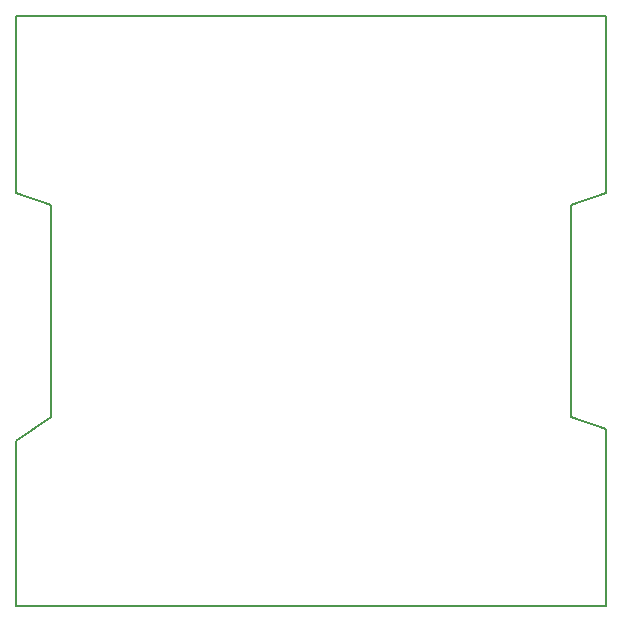
<source format=gbr>
G04 #@! TF.FileFunction,Profile,NP*
%FSLAX46Y46*%
G04 Gerber Fmt 4.6, Leading zero omitted, Abs format (unit mm)*
G04 Created by KiCad (PCBNEW 0.201604172031+6696~44~ubuntu14.04.1-product) date Thu 21 Apr 2016 04:16:58 PM EEST*
%MOMM*%
%LPD*%
G01*
G04 APERTURE LIST*
%ADD10C,0.100000*%
%ADD11C,0.150000*%
G04 APERTURE END LIST*
D10*
D11*
X147000000Y-65000000D02*
X147000000Y-80000000D01*
X147000000Y-30000000D02*
X147000000Y-45000000D01*
X144000000Y-64000000D02*
X147000000Y-65000000D01*
X144000000Y-46000000D02*
X144000000Y-64000000D01*
X147000000Y-45000000D02*
X144000000Y-46000000D01*
X100000000Y-46000000D02*
X97000000Y-45000000D01*
X100000000Y-64000000D02*
X100000000Y-46000000D01*
X97000000Y-66000000D02*
X100000000Y-64000000D01*
X97000000Y-30000000D02*
X97000000Y-45000000D01*
X147000000Y-30000000D02*
X97000000Y-30000000D01*
X97000000Y-80000000D02*
X147000000Y-80000000D01*
X97000000Y-66000000D02*
X97000000Y-80000000D01*
M02*

</source>
